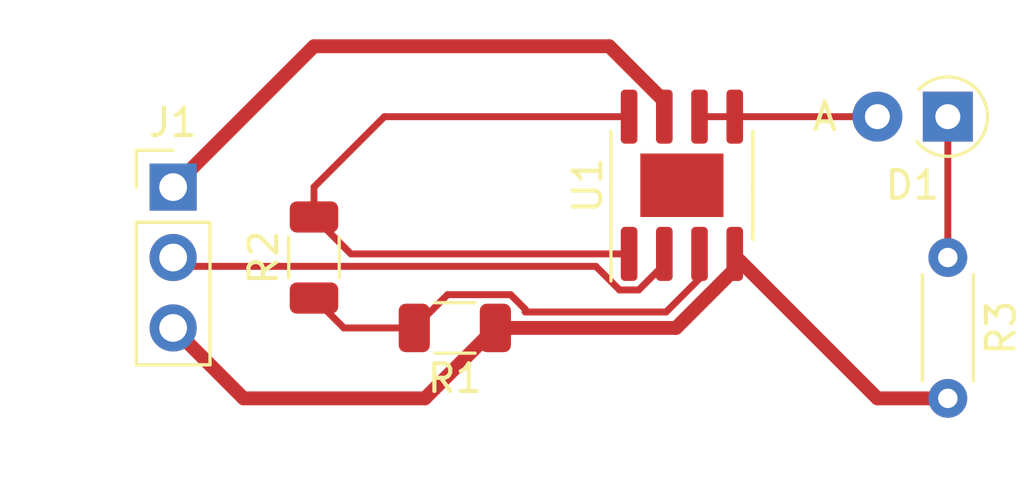
<source format=kicad_pcb>
(kicad_pcb (version 20221018) (generator pcbnew)
  (layers (0 "F.Cu" signal) (31 "B.Cu" signal) (34 "B.Paste" user) (35 "F.Paste" user) (36 "B.SilkS" user "B.Silkscreen") (37 "F.SilkS" user "F.Silkscreen") (38 "B.Mask" user) (39 "F.Mask" user) (44 "Edge.Cuts" user))
  (net 0 "")
  (net 1 "Net-(D1-K)")
  (net 2 "Vout")
  (net 3 "Vcc")
  (net 4 "Vin")
  (net 5 "GND")
  (net 6 "Net-(U1A--)")
  (net 7 "VAMP")
  (footprint "Resistor_SMD:R_1206_3216Metric" (layer "F.Cu") (at 114.3 66.04 90)
    (fp_text reference "R2" (at 0 -1.82 90) (layer "F.SilkS"))
    (fp_text value "68k")
    (fp_line (start -0.727064 -0.91) (end 0.727064 -0.91) (stroke (width 0.12)) (layer "F.SilkS"))
    (fp_line (start -0.727064 0.91) (end 0.727064 0.91) (stroke (width 0.12)) (layer "F.SilkS"))
    (pad "1" smd roundrect (at -1.4625 0 90) (size 1.125 1.75) (layers "F.Cu" "F.Paste" "F.Mask") (roundrect_rratio 0.222222) (net 6 "Net-(U1A--)"))
    (pad "2" smd roundrect (at 1.4625 0 90) (size 1.125 1.75) (layers "F.Cu" "F.Paste" "F.Mask") (roundrect_rratio 0.222222) (net 7 "VAMP"))
  )
  (footprint "Resistor_SMD:R_1206_3216Metric" (layer "F.Cu") (at 119.38 68.58 180)
    (fp_text reference "R1" (at 0 -1.82) (layer "F.SilkS"))
    (fp_text value "100k")
    (fp_line (start -0.727064 -0.91) (end 0.727064 -0.91) (stroke (width 0.12)) (layer "F.SilkS"))
    (fp_line (start -0.727064 0.91) (end 0.727064 0.91) (stroke (width 0.12)) (layer "F.SilkS"))
    (pad "1" smd roundrect (at -1.4625 0 180) (size 1.125 1.75) (layers "F.Cu" "F.Paste" "F.Mask") (roundrect_rratio 0.222222) (net 5 "GND"))
    (pad "2" smd roundrect (at 1.4625 0 180) (size 1.125 1.75) (layers "F.Cu" "F.Paste" "F.Mask") (roundrect_rratio 0.222222) (net 6 "Net-(U1A--)"))
  )
  (footprint "Resistor_THT:R_Axial_DIN0204_L3.6mm_D1.6mm_P5.08mm_Horizontal" (layer "F.Cu") (at 137.16 66.04 -90)
    (fp_text reference "R3" (at 2.54 -1.92 -90) (layer "F.SilkS"))
    (fp_text value "1k")
    (fp_line (start 0.62 -0.92) (end 4.46 -0.92) (stroke (width 0.12)) (layer "F.SilkS"))
    (fp_line (start 0.62 0.92) (end 4.46 0.92) (stroke (width 0.12)) (layer "F.SilkS"))
    (pad "1" thru_hole circle (at 0 0 270) (size 1.4 1.4) (drill 0.7) (layers "*.Cu" "*.Mask") (net 1 "Net-(D1-K)"))
    (pad "2" thru_hole oval (at 5.08 0 270) (size 1.4 1.4) (drill 0.7) (layers "*.Cu" "*.Mask") (net 5 "GND"))
  )
  (footprint "Connector_PinHeader_2.54mm:PinHeader_1x03_P2.54mm_Vertical" (layer "F.Cu") (at 109.22 63.5)
    (fp_text reference "J1" (at 0 -2.33) (layer "F.SilkS"))
    (fp_text value "Conn_01x03_Pin")
    (fp_line (start -1.33 -1.33) (end 0 -1.33) (stroke (width 0.12)) (layer "F.SilkS"))
    (fp_line (start -1.33 0) (end -1.33 -1.33) (stroke (width 0.12)) (layer "F.SilkS"))
    (fp_line (start -1.33 1.27) (end -1.33 6.41) (stroke (width 0.12)) (layer "F.SilkS"))
    (fp_line (start -1.33 1.27) (end 1.33 1.27) (stroke (width 0.12)) (layer "F.SilkS"))
    (fp_line (start -1.33 6.41) (end 1.33 6.41) (stroke (width 0.12)) (layer "F.SilkS"))
    (fp_line (start 1.33 1.27) (end 1.33 6.41) (stroke (width 0.12)) (layer "F.SilkS"))
    (pad "1" thru_hole rect (at 0 0) (size 1.7 1.7) (drill 1) (layers "*.Cu" "*.Mask") (net 3 "Vcc"))
    (pad "2" thru_hole oval (at 0 2.54) (size 1.7 1.7) (drill 1) (layers "*.Cu" "*.Mask") (net 4 "Vin"))
    (pad "3" thru_hole oval (at 0 5.08) (size 1.7 1.7) (drill 1) (layers "*.Cu" "*.Mask") (net 5 "GND"))
  )
  (footprint "Diode_THT:D_A-405_P2.54mm_Vertical_AnodeUp" (layer "F.Cu") (at 137.16 60.96 180)
    (fp_text reference "D1" (at 1.27 -2.47) (layer "F.SilkS"))
    (fp_text value "LED")
    (fp_text user "A" (at 4.44 0) (layer "F.SilkS"))
    (fp_arc (start 1.05385 0.968866) (mid -1.430816 -0.045469) (end 1.113239 -0.9) (stroke (width 0.12)) (layer "F.SilkS"))
    (pad "1" thru_hole rect (at 0 0 180) (size 1.8 1.8) (drill 0.9) (layers "*.Cu" "*.Mask") (net 1 "Net-(D1-K)"))
    (pad "2" thru_hole oval (at 2.54 0 180) (size 1.8 1.8) (drill 0.9) (layers "*.Cu" "*.Mask") (net 2 "Vout"))
  )
  (footprint "Package_SO:SOIC-8-1EP_3.9x4.9mm_P1.27mm_EP2.29x3mm" (layer "F.Cu") (at 127.57 63.435 90)
    (fp_text reference "U1" (at 0 -3.4 90) (layer "F.SilkS"))
    (fp_text value "LM358_DFN")
    (fp_line (start 0 -2.56) (end -3.45 -2.56) (stroke (width 0.12)) (layer "F.SilkS"))
    (fp_line (start 0 -2.56) (end 1.95 -2.56) (stroke (width 0.12)) (layer "F.SilkS"))
    (fp_line (start 0 2.56) (end -1.95 2.56) (stroke (width 0.12)) (layer "F.SilkS"))
    (fp_line (start 0 2.56) (end 1.95 2.56) (stroke (width 0.12)) (layer "F.SilkS"))
    (pad "1" smd roundrect (at -2.475 -1.905 90) (size 1.95 0.6) (layers "F.Cu" "F.Paste" "F.Mask") (net 7 "VAMP"))
    (pad "2" smd roundrect (at -2.475 0.635 90) (size 1.95 0.6) (layers "F.Cu" "F.Paste" "F.Mask") (net 6 "Net-(U1A--)"))
    (pad "3" smd roundrect (at -2.475 -0.635 90) (size 1.95 0.6) (layers "F.Cu" "F.Paste" "F.Mask") (net 4 "Vin"))
    (pad "4" smd roundrect (at -2.475 1.905 90) (size 1.95 0.6) (layers "F.Cu" "F.Paste" "F.Mask") (net 5 "GND"))
    (pad "5" smd roundrect (at 2.475 -1.905 90) (size 1.95 0.6) (layers "F.Cu" "F.Paste" "F.Mask") (net 7 "VAMP"))
    (pad "6" smd roundrect (at 2.475 1.905 90) (size 1.95 0.6) (layers "F.Cu" "F.Paste" "F.Mask") (net 2 "Vout"))
    (pad "7" smd roundrect (at 2.475 0.635 90) (size 1.95 0.6) (layers "F.Cu" "F.Paste" "F.Mask") (net 2 "Vout"))
    (pad "8" smd roundrect (at 2.475 -0.635 90) (size 1.95 0.6) (layers "F.Cu" "F.Paste" "F.Mask") (net 3 "Vcc"))
    (pad "9" smd rect (at 0 0 90) (size 2.29 3) (layers "F.Cu" "F.Mask"))
  )
  (segment (start 137.16 60.96) (end 137.16 66.04) (width 0.25) (layer "F.Cu") (net 1))
  (segment (start 129.475 60.96) (end 134.62 60.96) (width 0.25) (layer "F.Cu") (net 2))
  (segment (start 128.205 60.96) (end 129.475 60.96) (width 0.25) (layer "F.Cu") (net 2))
  (segment (start 114.3 58.42) (end 124.948528 58.42) (width 0.5) (layer "F.Cu") (net 3))
  (segment (start 126.935 60.406472) (end 126.935 60.96) (width 0.5) (layer "F.Cu") (net 3))
  (segment (start 124.948528 58.42) (end 126.935 60.406472) (width 0.5) (layer "F.Cu") (net 3))
  (segment (start 109.22 63.5) (end 114.3 58.42) (width 0.5) (layer "F.Cu") (net 3))
  (segment (start 126.935 66.286751) (end 126.011751 67.21) (width 0.25) (layer "F.Cu") (net 4))
  (segment (start 124.468249 66.36) (end 109.54 66.36) (width 0.25) (layer "F.Cu") (net 4))
  (segment (start 126.935 65.91) (end 126.935 66.286751) (width 0.25) (layer "F.Cu") (net 4))
  (segment (start 125.318249 67.21) (end 124.468249 66.36) (width 0.25) (layer "F.Cu") (net 4))
  (segment (start 126.011751 67.21) (end 125.318249 67.21) (width 0.25) (layer "F.Cu") (net 4))
  (segment (start 109.54 66.36) (end 109.22 66.04) (width 0.25) (layer "F.Cu") (net 4))
  (segment (start 127.358528 68.58) (end 129.54 66.398528) (width 0.5) (layer "F.Cu") (net 5))
  (segment (start 111.76 71.12) (end 118.3025 71.12) (width 0.5) (layer "F.Cu") (net 5))
  (segment (start 129.54 66.398528) (end 129.54 66.04) (width 0.5) (layer "F.Cu") (net 5))
  (segment (start 120.8425 68.58) (end 127.358528 68.58) (width 0.5) (layer "F.Cu") (net 5))
  (segment (start 129.54 66.04) (end 134.62 71.12) (width 0.5) (layer "F.Cu") (net 5))
  (segment (start 134.62 71.12) (end 137.16 71.12) (width 0.5) (layer "F.Cu") (net 5))
  (segment (start 109.22 68.58) (end 111.76 71.12) (width 0.5) (layer "F.Cu") (net 5))
  (segment (start 118.3025 71.12) (end 120.8425 68.58) (width 0.5) (layer "F.Cu") (net 5))
  (segment (start 128.205 66.8) (end 127 68.005) (width 0.25) (layer "F.Cu") (net 6))
  (segment (start 127 68.005) (end 121.92 68.005) (width 0.25) (layer "F.Cu") (net 6))
  (segment (start 128.205 65.91) (end 128.205 66.8) (width 0.25) (layer "F.Cu") (net 6))
  (segment (start 119.1175 67.38) (end 117.9175 68.58) (width 0.25) (layer "F.Cu") (net 6))
  (segment (start 121.92 67.906827) (end 121.393173 67.38) (width 0.25) (layer "F.Cu") (net 6))
  (segment (start 121.92 68.005) (end 121.92 67.906827) (width 0.25) (layer "F.Cu") (net 6))
  (segment (start 114.3 67.5025) (end 115.3775 68.58) (width 0.25) (layer "F.Cu") (net 6))
  (segment (start 121.393173 67.38) (end 119.1175 67.38) (width 0.25) (layer "F.Cu") (net 6))
  (segment (start 115.3775 68.58) (end 117.9175 68.58) (width 0.25) (layer "F.Cu") (net 6))
  (segment (start 115.6325 65.91) (end 125.665 65.91) (width 0.25) (layer "F.Cu") (net 7))
  (segment (start 116.84 60.96) (end 125.665 60.96) (width 0.25) (layer "F.Cu") (net 7))
  (segment (start 114.3 63.5) (end 116.84 60.96) (width 0.25) (layer "F.Cu") (net 7))
  (segment (start 114.3 64.5775) (end 114.3 63.5) (width 0.25) (layer "F.Cu") (net 7))
  (segment (start 114.3 64.5775) (end 115.6325 65.91) (width 0.25) (layer "F.Cu") (net 7))
)
</source>
